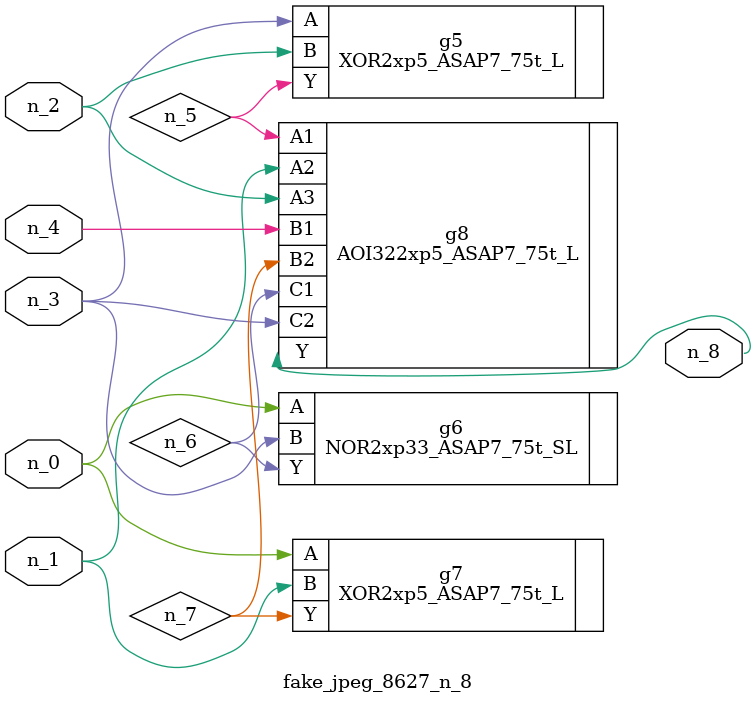
<source format=v>
module fake_jpeg_8627_n_8 (n_3, n_2, n_1, n_0, n_4, n_8);

input n_3;
input n_2;
input n_1;
input n_0;
input n_4;

output n_8;

wire n_6;
wire n_5;
wire n_7;

XOR2xp5_ASAP7_75t_L g5 ( 
.A(n_3),
.B(n_2),
.Y(n_5)
);

NOR2xp33_ASAP7_75t_SL g6 ( 
.A(n_0),
.B(n_3),
.Y(n_6)
);

XOR2xp5_ASAP7_75t_L g7 ( 
.A(n_0),
.B(n_1),
.Y(n_7)
);

AOI322xp5_ASAP7_75t_L g8 ( 
.A1(n_5),
.A2(n_1),
.A3(n_2),
.B1(n_4),
.B2(n_7),
.C1(n_6),
.C2(n_3),
.Y(n_8)
);


endmodule
</source>
